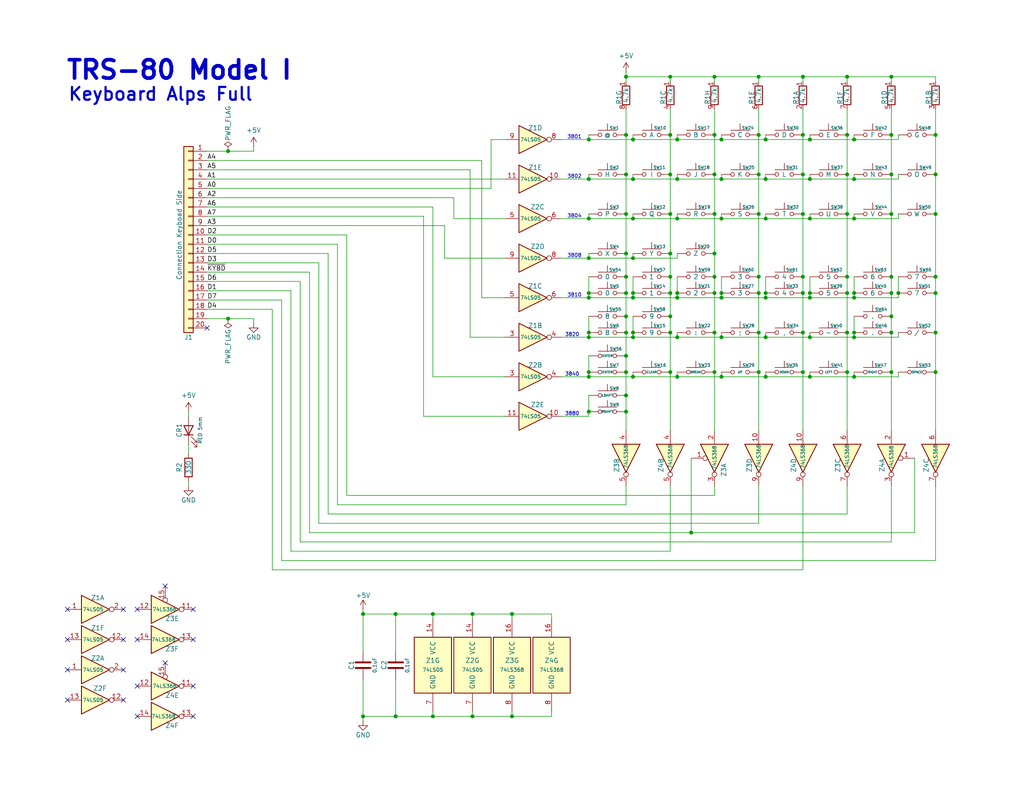
<source format=kicad_sch>
(kicad_sch (version 20230121) (generator eeschema)
  (paper "USLetter")
  (title_block (title "TRS-80 Model I Keyboard Alps Full") (date "2023-12-22") (rev "E1A") (company "RetroStack - Marcel Erz") (comment 4 "Complete Keyboard"))
  (junction (at 219.075 36.83))
  (junction (at 196.85 38.1))
  (junction (at 182.88 80.01))
  (junction (at 160.655 38.1))
  (junction (at 220.98 59.69))
  (junction (at 196.85 102.87))
  (junction (at 182.88 101.6))
  (junction (at 255.27 80.01))
  (junction (at 243.205 101.6))
  (junction (at 231.14 20.955))
  (junction (at 231.14 101.6))
  (junction (at 188.595 145.415))
  (junction (at 172.72 59.69))
  (junction (at 194.945 47.625))
  (junction (at 184.785 38.1))
  (junction (at 170.815 58.42))
  (junction (at 207.01 80.01))
  (junction (at 170.815 20.955))
  (junction (at 233.045 48.895))
  (junction (at 231.14 58.42))
  (junction (at 231.14 47.625))
  (junction (at 219.075 101.6))
  (junction (at 243.205 75.565))
  (junction (at 255.27 90.805))
  (junction (at 255.27 47.625))
  (junction (at 99.06 195.58))
  (junction (at 99.06 167.64))
  (junction (at 172.72 81.28))
  (junction (at 170.815 75.565))
  (junction (at 128.905 195.58))
  (junction (at 118.11 167.64))
  (junction (at 233.045 38.1))
  (junction (at 62.23 86.995))
  (junction (at 219.075 80.01))
  (junction (at 194.945 101.6))
  (junction (at 208.915 92.075))
  (junction (at 160.655 70.485))
  (junction (at 196.85 59.69))
  (junction (at 255.27 36.83))
  (junction (at 172.72 90.805))
  (junction (at 184.785 92.075))
  (junction (at 160.655 92.075))
  (junction (at 172.72 70.485))
  (junction (at 243.205 86.36))
  (junction (at 220.98 80.01))
  (junction (at 184.785 59.69))
  (junction (at 160.655 80.01))
  (junction (at 208.915 48.895))
  (junction (at 62.23 41.275))
  (junction (at 194.945 20.955))
  (junction (at 170.815 69.215))
  (junction (at 139.7 167.64))
  (junction (at 194.945 80.01))
  (junction (at 233.045 102.87))
  (junction (at 243.205 36.83))
  (junction (at 172.72 92.075))
  (junction (at 196.85 48.895))
  (junction (at 184.785 81.28))
  (junction (at 207.01 101.6))
  (junction (at 170.815 112.395))
  (junction (at 182.88 47.625))
  (junction (at 207.01 20.955))
  (junction (at 208.915 81.28))
  (junction (at 233.045 80.01))
  (junction (at 182.88 90.805))
  (junction (at 231.14 36.83))
  (junction (at 196.85 81.28))
  (junction (at 194.945 69.215))
  (junction (at 182.88 86.36))
  (junction (at 184.785 102.87))
  (junction (at 107.95 195.58))
  (junction (at 118.11 195.58))
  (junction (at 255.27 101.6))
  (junction (at 160.655 102.87))
  (junction (at 220.98 48.895))
  (junction (at 172.72 80.01))
  (junction (at 182.88 36.83))
  (junction (at 208.915 38.1))
  (junction (at 255.27 75.565))
  (junction (at 208.915 80.01))
  (junction (at 208.915 59.69))
  (junction (at 160.655 112.395))
  (junction (at 207.01 47.625))
  (junction (at 170.815 97.155))
  (junction (at 243.205 90.805))
  (junction (at 243.205 47.625))
  (junction (at 160.655 81.28))
  (junction (at 196.85 80.01))
  (junction (at 219.075 58.42))
  (junction (at 219.075 90.805))
  (junction (at 172.72 48.895))
  (junction (at 220.98 81.28))
  (junction (at 243.205 20.955))
  (junction (at 128.905 167.64))
  (junction (at 245.11 80.01))
  (junction (at 139.7 195.58))
  (junction (at 220.98 38.1))
  (junction (at 170.815 107.95))
  (junction (at 170.815 36.83))
  (junction (at 219.075 47.625))
  (junction (at 107.95 167.64))
  (junction (at 170.815 90.805))
  (junction (at 182.88 58.42))
  (junction (at 170.815 101.6))
  (junction (at 170.815 47.625))
  (junction (at 207.01 75.565))
  (junction (at 160.655 101.6))
  (junction (at 207.01 36.83))
  (junction (at 182.88 69.215))
  (junction (at 255.27 58.42))
  (junction (at 172.72 102.87))
  (junction (at 194.945 75.565))
  (junction (at 170.815 80.01))
  (junction (at 160.655 59.69))
  (junction (at 220.98 92.075))
  (junction (at 243.205 80.01))
  (junction (at 233.045 59.69))
  (junction (at 208.915 102.87))
  (junction (at 207.01 90.805))
  (junction (at 160.655 48.895))
  (junction (at 182.88 75.565))
  (junction (at 233.045 81.28))
  (junction (at 194.945 58.42))
  (junction (at 172.72 38.1))
  (junction (at 170.815 86.36))
  (junction (at 233.045 92.075))
  (junction (at 233.045 90.805))
  (junction (at 160.655 90.805))
  (junction (at 220.98 102.87))
  (junction (at 231.14 75.565))
  (junction (at 184.785 80.01))
  (junction (at 243.205 58.42))
  (junction (at 207.01 58.42))
  (junction (at 219.075 20.955))
  (junction (at 231.14 80.01))
  (junction (at 231.14 90.805))
  (junction (at 194.945 36.83))
  (junction (at 196.85 92.075))
  (junction (at 184.785 48.895))
  (junction (at 219.075 75.565))
  (junction (at 182.88 20.955))
  (junction (at 194.945 90.805))
  (no_connect (at 52.705 195.58))
  (no_connect (at 56.515 89.535))
  (no_connect (at 45.085 180.975))
  (no_connect (at 33.655 166.37))
  (no_connect (at 37.465 195.58))
  (no_connect (at 18.415 174.625))
  (no_connect (at 52.705 187.325))
  (no_connect (at 52.705 174.625))
  (no_connect (at 52.705 166.37))
  (no_connect (at 33.655 174.625))
  (no_connect (at 33.655 191.135))
  (no_connect (at 18.415 191.135))
  (no_connect (at 18.415 166.37))
  (no_connect (at 37.465 174.625))
  (no_connect (at 18.415 182.88))
  (no_connect (at 45.085 160.02))
  (no_connect (at 33.655 182.88))
  (no_connect (at 37.465 187.325))
  (no_connect (at 37.465 166.37))
  (wire (pts (xy 56.515 56.515) (xy 118.11 56.515)))
  (wire (pts (xy 81.915 76.835) (xy 81.915 147.955)))
  (wire (pts (xy 243.205 101.6) (xy 243.205 117.475)))
  (wire (pts (xy 89.535 69.215) (xy 89.535 140.335)))
  (wire (pts (xy 219.075 101.6) (xy 219.075 117.475)))
  (wire (pts (xy 76.835 81.915) (xy 76.835 153.035)))
  (wire (pts (xy 160.655 47.625) (xy 160.655 48.895)))
  (wire (pts (xy 172.72 102.87) (xy 184.785 102.87)))
  (wire (pts (xy 243.205 132.715) (xy 243.205 147.955)))
  (wire (pts (xy 118.11 194.31) (xy 118.11 195.58)))
  (wire (pts (xy 86.995 142.875) (xy 207.01 142.875)))
  (wire (pts (xy 79.375 79.375) (xy 79.375 150.495)))
  (wire (pts (xy 219.075 22.225) (xy 219.075 20.955)))
  (wire (pts (xy 160.655 86.36) (xy 160.655 90.805)))
  (wire (pts (xy 231.14 47.625) (xy 231.14 58.42)))
  (wire (pts (xy 196.85 59.69) (xy 208.915 59.69)))
  (wire (pts (xy 196.85 92.075) (xy 208.915 92.075)))
  (wire (pts (xy 74.295 84.455) (xy 74.295 155.575)))
  (wire (pts (xy 184.785 102.87) (xy 196.85 102.87)))
  (wire (pts (xy 56.515 51.435) (xy 133.985 51.435)))
  (wire (pts (xy 220.98 75.565) (xy 220.98 80.01)))
  (wire (pts (xy 207.01 101.6) (xy 207.01 117.475)))
  (wire (pts (xy 170.815 132.715) (xy 170.815 137.795)))
  (wire (pts (xy 182.88 132.715) (xy 182.88 150.495)))
  (wire (pts (xy 118.11 167.64) (xy 107.95 167.64)))
  (wire (pts (xy 170.815 80.01) (xy 170.815 86.36)))
  (wire (pts (xy 194.945 101.6) (xy 194.945 117.475)))
  (wire (pts (xy 160.655 102.87) (xy 172.72 102.87)))
  (wire (pts (xy 76.835 153.035) (xy 255.27 153.035)))
  (wire (pts (xy 99.06 185.42) (xy 99.06 195.58)))
  (wire (pts (xy 160.655 112.395) (xy 160.655 107.95)))
  (wire (pts (xy 89.535 140.335) (xy 231.14 140.335)))
  (wire (pts (xy 207.01 58.42) (xy 207.01 75.565)))
  (wire (pts (xy 233.045 59.69) (xy 245.11 59.69)))
  (wire (pts (xy 194.945 58.42) (xy 194.945 69.215)))
  (wire (pts (xy 194.945 22.225) (xy 194.945 20.955)))
  (wire (pts (xy 207.01 90.805) (xy 207.01 101.6)))
  (wire (pts (xy 139.7 195.58) (xy 128.905 195.58)))
  (wire (pts (xy 231.14 29.845) (xy 231.14 36.83)))
  (wire (pts (xy 172.72 75.565) (xy 172.72 80.01)))
  (wire (pts (xy 196.85 90.805) (xy 196.85 92.075)))
  (wire (pts (xy 79.375 150.495) (xy 182.88 150.495)))
  (wire (pts (xy 207.01 20.955) (xy 219.075 20.955)))
  (wire (pts (xy 131.445 81.28) (xy 137.795 81.28)))
  (wire (pts (xy 196.85 47.625) (xy 196.85 48.895)))
  (wire (pts (xy 107.95 185.42) (xy 107.95 195.58)))
  (wire (pts (xy 160.655 81.28) (xy 172.72 81.28)))
  (wire (pts (xy 233.045 38.1) (xy 233.045 36.83)))
  (wire (pts (xy 139.7 167.64) (xy 139.7 168.91)))
  (wire (pts (xy 243.205 20.955) (xy 255.27 20.955)))
  (wire (pts (xy 123.825 53.975) (xy 123.825 59.69)))
  (wire (pts (xy 255.27 47.625) (xy 255.27 58.42)))
  (wire (pts (xy 243.205 47.625) (xy 243.205 58.42)))
  (wire (pts (xy 182.88 36.83) (xy 182.88 47.625)))
  (wire (pts (xy 233.045 58.42) (xy 233.045 59.69)))
  (wire (pts (xy 220.98 38.1) (xy 220.98 36.83)))
  (wire (pts (xy 182.88 47.625) (xy 182.88 58.42)))
  (wire (pts (xy 207.01 29.845) (xy 207.01 36.83)))
  (wire (pts (xy 160.655 69.215) (xy 160.655 70.485)))
  (wire (pts (xy 172.72 101.6) (xy 172.72 102.87)))
  (wire (pts (xy 231.14 101.6) (xy 231.14 117.475)))
  (wire (pts (xy 118.11 168.91) (xy 118.11 167.64)))
  (wire (pts (xy 255.27 36.83) (xy 255.27 47.625)))
  (wire (pts (xy 172.72 59.69) (xy 184.785 59.69)))
  (wire (pts (xy 118.11 56.515) (xy 118.11 102.87)))
  (wire (pts (xy 56.515 79.375) (xy 79.375 79.375)))
  (wire (pts (xy 170.815 69.215) (xy 170.815 75.565)))
  (wire (pts (xy 184.785 92.075) (xy 196.85 92.075)))
  (wire (pts (xy 243.205 29.845) (xy 243.205 36.83)))
  (wire (pts (xy 220.98 58.42) (xy 220.98 59.69)))
  (wire (pts (xy 170.815 90.805) (xy 170.815 97.155)))
  (wire (pts (xy 219.075 90.805) (xy 219.075 101.6)))
  (wire (pts (xy 128.27 46.355) (xy 128.27 92.075)))
  (wire (pts (xy 220.98 92.075) (xy 233.045 92.075)))
  (wire (pts (xy 233.045 92.075) (xy 245.11 92.075)))
  (wire (pts (xy 170.815 20.955) (xy 182.88 20.955)))
  (wire (pts (xy 172.72 81.28) (xy 184.785 81.28)))
  (wire (pts (xy 208.915 101.6) (xy 208.915 102.87)))
  (wire (pts (xy 115.57 113.665) (xy 137.795 113.665)))
  (wire (pts (xy 170.815 86.36) (xy 170.815 90.805)))
  (wire (pts (xy 184.785 36.83) (xy 184.785 38.1)))
  (wire (pts (xy 170.815 29.845) (xy 170.815 36.83)))
  (wire (pts (xy 56.515 53.975) (xy 123.825 53.975)))
  (wire (pts (xy 196.85 38.1) (xy 196.85 36.83)))
  (wire (pts (xy 128.905 167.64) (xy 128.905 168.91)))
  (wire (pts (xy 118.11 102.87) (xy 137.795 102.87)))
  (wire (pts (xy 184.785 80.01) (xy 184.785 81.28)))
  (wire (pts (xy 219.075 20.955) (xy 231.14 20.955)))
  (wire (pts (xy 184.785 101.6) (xy 184.785 102.87)))
  (wire (pts (xy 220.98 90.805) (xy 220.98 92.075)))
  (wire (pts (xy 56.515 46.355) (xy 128.27 46.355)))
  (wire (pts (xy 56.515 74.295) (xy 84.455 74.295)))
  (wire (pts (xy 208.915 38.1) (xy 220.98 38.1)))
  (wire (pts (xy 170.815 107.95) (xy 170.815 112.395)))
  (wire (pts (xy 243.205 58.42) (xy 243.205 75.565)))
  (wire (pts (xy 196.85 38.1) (xy 208.915 38.1)))
  (wire (pts (xy 170.815 97.155) (xy 170.815 101.6)))
  (wire (pts (xy 62.23 86.995) (xy 69.215 86.995)))
  (wire (pts (xy 231.14 36.83) (xy 231.14 47.625)))
  (wire (pts (xy 220.98 38.1) (xy 233.045 38.1)))
  (wire (pts (xy 255.27 101.6) (xy 255.27 117.475)))
  (wire (pts (xy 196.85 101.6) (xy 196.85 102.87)))
  (wire (pts (xy 233.045 75.565) (xy 233.045 80.01)))
  (wire (pts (xy 245.11 75.565) (xy 245.11 80.01)))
  (wire (pts (xy 172.72 80.01) (xy 172.72 81.28)))
  (wire (pts (xy 184.785 48.895) (xy 196.85 48.895)))
  (wire (pts (xy 219.075 29.845) (xy 219.075 36.83)))
  (wire (pts (xy 99.06 167.64) (xy 99.06 177.8)))
  (wire (pts (xy 207.01 80.01) (xy 207.01 90.805)))
  (wire (pts (xy 196.85 80.01) (xy 196.85 81.28)))
  (wire (pts (xy 133.985 38.1) (xy 137.795 38.1)))
  (wire (pts (xy 219.075 80.01) (xy 219.075 90.805)))
  (wire (pts (xy 243.205 90.805) (xy 243.205 101.6)))
  (wire (pts (xy 220.98 59.69) (xy 233.045 59.69)))
  (wire (pts (xy 92.075 66.675) (xy 92.075 137.795)))
  (wire (pts (xy 153.035 59.69) (xy 160.655 59.69)))
  (wire (pts (xy 231.14 80.01) (xy 231.14 90.805)))
  (wire (pts (xy 184.785 59.69) (xy 196.85 59.69)))
  (wire (pts (xy 92.075 137.795) (xy 170.815 137.795)))
  (wire (pts (xy 123.825 59.69) (xy 137.795 59.69)))
  (wire (pts (xy 172.72 38.1) (xy 184.785 38.1)))
  (wire (pts (xy 69.215 88.265) (xy 69.215 86.995)))
  (wire (pts (xy 62.23 41.275) (xy 69.215 41.275)))
  (wire (pts (xy 170.815 75.565) (xy 170.815 80.01)))
  (wire (pts (xy 245.11 59.69) (xy 245.11 58.42)))
  (wire (pts (xy 170.815 101.6) (xy 170.815 107.95)))
  (wire (pts (xy 231.14 140.335) (xy 231.14 132.715)))
  (wire (pts (xy 153.035 81.28) (xy 160.655 81.28)))
  (wire (pts (xy 99.06 166.37) (xy 99.06 167.64)))
  (wire (pts (xy 245.11 92.075) (xy 245.11 90.805)))
  (wire (pts (xy 56.515 76.835) (xy 81.915 76.835)))
  (wire (pts (xy 196.85 58.42) (xy 196.85 59.69)))
  (wire (pts (xy 208.915 81.28) (xy 220.98 81.28)))
  (wire (pts (xy 188.595 125.095) (xy 188.595 145.415)))
  (wire (pts (xy 220.98 48.895) (xy 233.045 48.895)))
  (wire (pts (xy 219.075 58.42) (xy 219.075 75.565)))
  (wire (pts (xy 194.945 36.83) (xy 194.945 47.625)))
  (wire (pts (xy 184.785 70.485) (xy 184.785 69.215)))
  (wire (pts (xy 56.515 59.055) (xy 115.57 59.055)))
  (wire (pts (xy 231.14 58.42) (xy 231.14 75.565)))
  (wire (pts (xy 160.655 38.1) (xy 172.72 38.1)))
  (wire (pts (xy 56.515 43.815) (xy 131.445 43.815)))
  (wire (pts (xy 170.815 19.685) (xy 170.815 20.955)))
  (wire (pts (xy 182.88 22.225) (xy 182.88 20.955)))
  (wire (pts (xy 160.655 80.01) (xy 160.655 81.28)))
  (wire (pts (xy 81.915 147.955) (xy 243.205 147.955)))
  (wire (pts (xy 153.035 70.485) (xy 160.655 70.485)))
  (wire (pts (xy 207.01 75.565) (xy 207.01 80.01)))
  (wire (pts (xy 207.01 47.625) (xy 207.01 58.42)))
  (wire (pts (xy 231.14 75.565) (xy 231.14 80.01)))
  (wire (pts (xy 208.915 48.895) (xy 220.98 48.895)))
  (wire (pts (xy 208.915 90.805) (xy 208.915 92.075)))
  (wire (pts (xy 86.995 71.755) (xy 86.995 142.875)))
  (wire (pts (xy 182.88 101.6) (xy 182.88 117.475)))
  (wire (pts (xy 194.945 90.805) (xy 194.945 101.6)))
  (wire (pts (xy 194.945 80.01) (xy 194.945 90.805)))
  (wire (pts (xy 255.27 58.42) (xy 255.27 75.565)))
  (wire (pts (xy 184.785 75.565) (xy 184.785 80.01)))
  (wire (pts (xy 233.045 102.87) (xy 245.11 102.87)))
  (wire (pts (xy 208.915 47.625) (xy 208.915 48.895)))
  (wire (pts (xy 56.515 64.135) (xy 94.615 64.135)))
  (wire (pts (xy 233.045 81.28) (xy 245.11 81.28)))
  (wire (pts (xy 170.815 112.395) (xy 170.815 117.475)))
  (wire (pts (xy 220.98 80.01) (xy 220.98 81.28)))
  (wire (pts (xy 128.905 167.64) (xy 118.11 167.64)))
  (wire (pts (xy 56.515 86.995) (xy 62.23 86.995)))
  (wire (pts (xy 172.72 92.075) (xy 184.785 92.075)))
  (wire (pts (xy 99.06 195.58) (xy 99.06 196.85)))
  (wire (pts (xy 243.205 75.565) (xy 243.205 80.01)))
  (wire (pts (xy 196.85 102.87) (xy 208.915 102.87)))
  (wire (pts (xy 160.655 38.1) (xy 160.655 36.83)))
  (wire (pts (xy 233.045 101.6) (xy 233.045 102.87)))
  (wire (pts (xy 182.88 75.565) (xy 182.88 80.01)))
  (wire (pts (xy 245.11 38.1) (xy 245.11 36.83)))
  (wire (pts (xy 182.88 86.36) (xy 182.88 90.805)))
  (wire (pts (xy 139.7 194.31) (xy 139.7 195.58)))
  (wire (pts (xy 182.88 29.845) (xy 182.88 36.83)))
  (wire (pts (xy 84.455 74.295) (xy 84.455 145.415)))
  (wire (pts (xy 160.655 58.42) (xy 160.655 59.69)))
  (wire (pts (xy 160.655 92.075) (xy 172.72 92.075)))
  (wire (pts (xy 182.88 90.805) (xy 182.88 101.6)))
  (wire (pts (xy 233.045 90.805) (xy 233.045 92.075)))
  (wire (pts (xy 208.915 80.01) (xy 208.915 81.28)))
  (wire (pts (xy 160.655 59.69) (xy 172.72 59.69)))
  (wire (pts (xy 233.045 47.625) (xy 233.045 48.895)))
  (wire (pts (xy 133.985 51.435) (xy 133.985 38.1)))
  (wire (pts (xy 160.655 90.805) (xy 160.655 92.075)))
  (wire (pts (xy 160.655 70.485) (xy 172.72 70.485)))
  (wire (pts (xy 56.515 41.275) (xy 62.23 41.275)))
  (wire (pts (xy 208.915 75.565) (xy 208.915 80.01)))
  (wire (pts (xy 208.915 92.075) (xy 220.98 92.075)))
  (wire (pts (xy 219.075 47.625) (xy 219.075 58.42)))
  (wire (pts (xy 233.045 80.01) (xy 233.045 81.28)))
  (wire (pts (xy 184.785 58.42) (xy 184.785 59.69)))
  (wire (pts (xy 194.945 20.955) (xy 207.01 20.955)))
  (wire (pts (xy 172.72 58.42) (xy 172.72 59.69)))
  (wire (pts (xy 196.85 48.895) (xy 208.915 48.895)))
  (wire (pts (xy 184.785 47.625) (xy 184.785 48.895)))
  (wire (pts (xy 219.075 36.83) (xy 219.075 47.625)))
  (wire (pts (xy 243.205 36.83) (xy 243.205 47.625)))
  (wire (pts (xy 208.915 102.87) (xy 220.98 102.87)))
  (wire (pts (xy 160.655 48.895) (xy 172.72 48.895)))
  (wire (pts (xy 160.655 75.565) (xy 160.655 80.01)))
  (wire (pts (xy 153.035 113.665) (xy 160.655 113.665)))
  (wire (pts (xy 255.27 80.01) (xy 255.27 90.805)))
  (wire (pts (xy 150.495 195.58) (xy 139.7 195.58)))
  (wire (pts (xy 170.815 36.83) (xy 170.815 47.625)))
  (wire (pts (xy 94.615 64.135) (xy 94.615 135.255)))
  (wire (pts (xy 56.515 69.215) (xy 89.535 69.215)))
  (wire (pts (xy 245.11 48.895) (xy 245.11 47.625)))
  (wire (pts (xy 170.815 47.625) (xy 170.815 58.42)))
  (wire (pts (xy 170.815 20.955) (xy 170.815 22.225)))
  (wire (pts (xy 172.72 70.485) (xy 184.785 70.485)))
  (wire (pts (xy 182.88 58.42) (xy 182.88 69.215)))
  (wire (pts (xy 56.515 71.755) (xy 86.995 71.755)))
  (wire (pts (xy 208.915 59.69) (xy 220.98 59.69)))
  (wire (pts (xy 255.27 22.225) (xy 255.27 20.955)))
  (wire (pts (xy 172.72 69.215) (xy 172.72 70.485)))
  (wire (pts (xy 184.785 90.805) (xy 184.785 92.075)))
  (wire (pts (xy 243.205 86.36) (xy 243.205 90.805)))
  (wire (pts (xy 115.57 59.055) (xy 115.57 113.665)))
  (wire (pts (xy 194.945 135.255) (xy 194.945 132.715)))
  (wire (pts (xy 160.655 97.155) (xy 160.655 101.6)))
  (wire (pts (xy 128.27 92.075) (xy 137.795 92.075)))
  (wire (pts (xy 231.14 20.955) (xy 243.205 20.955)))
  (wire (pts (xy 56.515 84.455) (xy 74.295 84.455)))
  (wire (pts (xy 150.495 194.31) (xy 150.495 195.58)))
  (wire (pts (xy 255.27 29.845) (xy 255.27 36.83)))
  (wire (pts (xy 255.27 90.805) (xy 255.27 101.6)))
  (wire (pts (xy 207.01 142.875) (xy 207.01 132.715)))
  (wire (pts (xy 172.72 47.625) (xy 172.72 48.895)))
  (wire (pts (xy 182.88 80.01) (xy 182.88 86.36)))
  (wire (pts (xy 184.785 38.1) (xy 196.85 38.1)))
  (wire (pts (xy 128.905 194.31) (xy 128.905 195.58)))
  (wire (pts (xy 121.285 70.485) (xy 137.795 70.485)))
  (wire (pts (xy 56.515 61.595) (xy 121.285 61.595)))
  (wire (pts (xy 150.495 168.91) (xy 150.495 167.64)))
  (wire (pts (xy 51.435 121.285) (xy 51.435 123.825)))
  (wire (pts (xy 184.785 81.28) (xy 196.85 81.28)))
  (wire (pts (xy 153.035 92.075) (xy 160.655 92.075)))
  (wire (pts (xy 245.11 102.87) (xy 245.11 101.6)))
  (wire (pts (xy 51.435 132.715) (xy 51.435 131.445)))
  (wire (pts (xy 243.205 80.01) (xy 243.205 86.36)))
  (wire (pts (xy 139.7 167.64) (xy 128.905 167.64)))
  (wire (pts (xy 243.205 22.225) (xy 243.205 20.955)))
  (wire (pts (xy 153.035 38.1) (xy 160.655 38.1)))
  (wire (pts (xy 255.27 153.035) (xy 255.27 132.715)))
  (wire (pts (xy 172.72 48.895) (xy 184.785 48.895)))
  (wire (pts (xy 182.88 20.955) (xy 194.945 20.955)))
  (wire (pts (xy 56.515 48.895) (xy 137.795 48.895)))
  (wire (pts (xy 219.075 75.565) (xy 219.075 80.01)))
  (wire (pts (xy 207.01 36.83) (xy 207.01 47.625)))
  (wire (pts (xy 220.98 102.87) (xy 233.045 102.87)))
  (wire (pts (xy 172.72 90.805) (xy 172.72 92.075)))
  (wire (pts (xy 208.915 58.42) (xy 208.915 59.69)))
  (wire (pts (xy 172.72 86.36) (xy 172.72 90.805)))
  (wire (pts (xy 160.655 101.6) (xy 160.655 102.87)))
  (wire (pts (xy 194.945 29.845) (xy 194.945 36.83)))
  (wire (pts (xy 220.98 101.6) (xy 220.98 102.87)))
  (wire (pts (xy 194.945 69.215) (xy 194.945 75.565)))
  (wire (pts (xy 182.88 69.215) (xy 182.88 75.565)))
  (wire (pts (xy 94.615 135.255) (xy 194.945 135.255)))
  (wire (pts (xy 74.295 155.575) (xy 219.075 155.575)))
  (wire (pts (xy 231.14 90.805) (xy 231.14 101.6)))
  (wire (pts (xy 69.215 41.275) (xy 69.215 40.005)))
  (wire (pts (xy 188.595 145.415) (xy 249.555 145.415)))
  (wire (pts (xy 107.95 167.64) (xy 107.95 177.8)))
  (wire (pts (xy 196.85 81.28) (xy 208.915 81.28)))
  (wire (pts (xy 51.435 112.395) (xy 51.435 113.665)))
  (wire (pts (xy 220.98 81.28) (xy 233.045 81.28)))
  (wire (pts (xy 207.01 22.225) (xy 207.01 20.955)))
  (wire (pts (xy 131.445 43.815) (xy 131.445 81.28)))
  (wire (pts (xy 194.945 47.625) (xy 194.945 58.42)))
  (wire (pts (xy 255.27 75.565) (xy 255.27 80.01)))
  (wire (pts (xy 56.515 81.915) (xy 76.835 81.915)))
  (wire (pts (xy 121.285 70.485) (xy 121.285 61.595)))
  (wire (pts (xy 233.045 86.36) (xy 233.045 90.805)))
  (wire (pts (xy 172.72 38.1) (xy 172.72 36.83)))
  (wire (pts (xy 128.905 195.58) (xy 118.11 195.58)))
  (wire (pts (xy 233.045 48.895) (xy 245.11 48.895)))
  (wire (pts (xy 139.7 167.64) (xy 150.495 167.64)))
  (wire (pts (xy 245.11 81.28) (xy 245.11 80.01)))
  (wire (pts (xy 107.95 167.64) (xy 99.06 167.64)))
  (wire (pts (xy 219.075 132.715) (xy 219.075 155.575)))
  (wire (pts (xy 160.655 112.395) (xy 160.655 113.665)))
  (wire (pts (xy 84.455 145.415) (xy 188.595 145.415)))
  (wire (pts (xy 196.85 75.565) (xy 196.85 80.01)))
  (wire (pts (xy 107.95 195.58) (xy 99.06 195.58)))
  (wire (pts (xy 153.035 102.87) (xy 160.655 102.87)))
  (wire (pts (xy 249.555 125.095) (xy 249.555 145.415)))
  (wire (pts (xy 118.11 195.58) (xy 107.95 195.58)))
  (wire (pts (xy 56.515 66.675) (xy 92.075 66.675)))
  (wire (pts (xy 170.815 58.42) (xy 170.815 69.215)))
  (wire (pts (xy 153.035 48.895) (xy 160.655 48.895)))
  (wire (pts (xy 220.98 47.625) (xy 220.98 48.895)))
  (wire (pts (xy 233.045 38.1) (xy 245.11 38.1)))
  (wire (pts (xy 208.915 38.1) (xy 208.915 36.83)))
  (wire (pts (xy 231.14 22.225) (xy 231.14 20.955)))
  (wire (pts (xy 194.945 75.565) (xy 194.945 80.01)))
  (text "3804" (at 158.75 59.69 0) (effects (font (size 1 1)) (justify right bottom)))
  (text "3880" (at 158.115 113.665 0) (effects (font (size 1 1)) (justify right bottom)))
  (text "TRS-80 Model I" (at 17.78 22.225 0) (effects (font (size 5 5) (thickness 1) bold) (justify left bottom)))
  (text "Keyboard Alps Full" (at 18.415 27.94 0) (effects (font (size 3.5 3.5) (thickness 0.6) bold) (justify left bottom)))
  (text "3808" (at 158.75 70.485 0) (effects (font (size 1 1)) (justify right bottom)))
  (text "3810" (at 158.75 81.28 0) (effects (font (size 1 1)) (justify right bottom)))
  (text "3820" (at 158.115 92.075 0) (effects (font (size 1 1)) (justify right bottom)))
  (text "3802" (at 158.75 48.895 0) (effects (font (size 1 1)) (justify right bottom)))
  (text "3801" (at 158.75 38.1 0) (effects (font (size 1 1)) (justify right bottom)))
  (text "3840" (at 158.115 102.87 0) (effects (font (size 1 1)) (justify right bottom)))
  (label "D4" (at 56.515 84.455 0))
  (label "D1" (at 56.515 79.375 0))
  (label "A7" (at 56.515 59.055 0))
  (label "A6" (at 56.515 56.515 0))
  (label "D2" (at 56.515 64.135 0))
  (label "A1" (at 56.515 48.895 0))
  (label "D7" (at 56.515 81.915 0))
  (label "D6" (at 56.515 76.835 0))
  (label "D3" (at 56.515 71.755 0))
  (label "D5" (at 56.515 69.215 0))
  (label "D0" (at 56.515 66.675 0))
  (label "A2" (at 56.515 53.975 0))
  (label "~{KYBD}" (at 56.515 74.295 0))
  (label "A3" (at 56.515 61.595 0))
  (label "A5" (at 56.515 46.355 0))
  (label "A4" (at 56.515 43.815 0))
  (label "A0" (at 56.515 51.435 0))
  (symbol (lib_id "power:+5V") (at 51.435 112.395 0) (unit 1)
    (property "Reference" "#PWR05" (effects hide))
    (property "Value" "+5V" (at 51.435 107.95 0))
  )
  (symbol (lib_id "Device:R_Network08_Split") (at 219.075 26.035 0) (unit 1)
    (property "Reference" "R1" (at 217.17 28.575 90) (effects (justify left)))
    (property "Value" "4.7k" (at 219.075 26.035 90))
    (property "Footprint" "Resistor_THT:R_Array_SIP9" (effects hide))
    (property "Datasheet" "http://www.vishay.com/docs/31509/csc.pdf" (effects hide))
  )
  (symbol (lib_id "Device:C") (at 99.06 181.61 0) (unit 1)
    (property "Reference" "C1" (at 95.885 181.61 90))
    (property "Value" "0.1uF" (at 102.235 181.61 90) (effects (font (size 1 1))))
    (property "Footprint" "RetroStackLibrary:TRS80_Model_I_C_Disc_9.5L_4W_6P_Small" (effects hide))
  )
  (symbol (lib_id "74xx:74LS05") (at 26.035 191.135 0) (unit 6)
    (property "Reference" "Z2" (at 27.305 187.96 0))
    (property "Value" "74LS05" (at 25.4 191.135 0) (effects (font (size 1 1))))
    (property "Footprint" "RetroStackLibrary:TRS80_Model_I_DIP14" (effects hide))
    (property "Datasheet" "http://www.ti.com/lit/gpn/sn74LS05" (effects hide))
  )
  (symbol (lib_id "Switch:SW_Push") (at 165.735 36.83 0) (mirror y) (unit 1)
    (property "Reference" "SW1" (at 168.91 34.925 0) (effects (font (size 0.8 0.8)) (justify left)))
    (property "Value" "@" (at 165.735 36.83 0))
    (property "Footprint" "Button_Switch_Keyboard:SW_Matias_1.00u" (effects hide))
  )
  (symbol (lib_id "Switch:SW_Push") (at 165.735 112.395 0) (unit 1)
    (property "Reference" "SW9" (at 166.37 110.49 0) (effects (font (size 0.8 0.8)) (justify left)))
    (property "Value" "RSHIFT" (at 165.735 112.395 0) (effects (font (size 0.6 0.6))))
    (property "Footprint" "Button_Switch_Keyboard:SW_Matias_1.00u" (effects hide))
  )
  (symbol (lib_id "74xx:74LS05") (at 145.415 102.87 0) (unit 2)
    (property "Reference" "Z2" (at 146.05 99.695 0))
    (property "Value" "74LS05" (at 144.78 102.87 0) (effects (font (size 1 1))))
    (property "Footprint" "RetroStackLibrary:TRS80_Model_I_DIP14" (effects hide))
    (property "Datasheet" "http://www.ti.com/lit/gpn/sn74LS05" (effects hide))
  )
  (symbol (lib_id "power:+5V") (at 170.815 19.685 0) (unit 1)
    (property "Reference" "#PWR09" (effects hide))
    (property "Value" "+5V" (at 170.815 15.24 0))
  )
  (symbol (lib_id "Switch:SW_Push") (at 201.93 80.01 0) (mirror y) (unit 1)
    (property "Reference" "SW27" (at 205.74 78.105 0) (effects (font (size 0.8 0.8)) (justify left)))
    (property "Value" "3" (at 201.93 80.01 0))
    (property "Footprint" "Button_Switch_Keyboard:SW_Matias_1.00u" (effects hide))
  )
  (symbol (lib_id "Device:R_Network08_Split") (at 194.945 26.035 0) (unit 8)
    (property "Reference" "R1" (at 193.04 28.575 90) (effects (justify left)))
    (property "Value" "4.7k" (at 194.945 26.035 90))
    (property "Footprint" "Resistor_THT:R_Array_SIP9" (effects hide))
    (property "Datasheet" "http://www.vishay.com/docs/31509/csc.pdf" (effects hide))
  )
  (symbol (lib_id "Connector_Generic:Conn_01x20") (at 51.435 64.135 0) (mirror y) (unit 1)
    (property "Reference" "J1" (at 51.435 92.075 0))
    (property "Value" "Connection Keyboad Side" (at 48.895 64.135 90))
    (property "Footprint" "Connector_PinHeader_2.54mm:PinHeader_1x20_P2.54mm_Vertical" (effects hide))
  )
  (symbol (lib_id "Switch:SW_Push") (at 189.865 80.01 0) (unit 1)
    (property "Reference" "SW21" (at 190.5 78.105 0) (effects (font (size 0.8 0.8)) (justify left)))
    (property "Value" "2" (at 189.865 80.01 0))
    (property "Footprint" "Button_Switch_Keyboard:SW_Matias_1.00u" (effects hide))
  )
  (symbol (lib_id "Switch:SW_Push") (at 165.735 90.805 0) (unit 1)
    (property "Reference" "SW6" (at 166.37 88.9 0) (effects (font (size 0.8 0.8)) (justify left)))
    (property "Value" "8" (at 165.735 90.805 0))
    (property "Footprint" "Button_Switch_Keyboard:SW_Matias_1.00u" (effects hide))
  )
  (symbol (lib_id "Switch:SW_Push") (at 201.93 90.805 0) (unit 1)
    (property "Reference" "SW28" (at 202.565 88.9 0) (effects (font (size 0.8 0.8)) (justify left)))
    (property "Value" ";" (at 201.93 90.805 0))
    (property "Footprint" "Button_Switch_Keyboard:SW_Matias_1.00u" (effects hide))
  )
  (symbol (lib_id "Switch:SW_Push") (at 177.8 47.625 0) (mirror y) (unit 1)
    (property "Reference" "SW11" (at 181.61 45.72 0) (effects (font (size 0.8 0.8)) (justify left)))
    (property "Value" "I" (at 177.8 47.625 0))
    (property "Footprint" "Button_Switch_Keyboard:SW_Matias_1.00u" (effects hide))
  )
  (symbol (lib_id "Device:R_Network08_Split") (at 231.14 26.035 0) (unit 6)
    (property "Reference" "R1" (at 229.235 28.575 90) (effects (justify left)))
    (property "Value" "4.7k" (at 231.14 26.035 90))
    (property "Footprint" "Resistor_THT:R_Array_SIP9" (effects hide))
    (property "Datasheet" "http://www.vishay.com/docs/31509/csc.pdf" (effects hide))
  )
  (symbol (lib_id "Device:R_Network08_Split") (at 243.205 26.035 0) (unit 4)
    (property "Reference" "R1" (at 241.3 28.575 90) (effects (justify left)))
    (property "Value" "4.7k" (at 243.205 26.035 90))
    (property "Footprint" "Resistor_THT:R_Array_SIP9" (effects hide))
    (property "Datasheet" "http://www.vishay.com/docs/31509/csc.pdf" (effects hide))
  )
  (symbol (lib_id "RetroStackLibrary:74LS368_Split") (at 44.45 180.975 0) (unit 5)
    (property "Reference" "Z4" (at 48.895 189.865 0) (effects (justify right)))
    (property "Value" "74LS368" (at 48.26 187.325 0) (effects (font (size 1 1)) (justify right)))
    (property "Footprint" "RetroStackLibrary:TRS80_Model_I_DIP16" (effects hide))
    (property "Datasheet" "https://www.ti.com/lit/ds/symlink/sn74ls367a.pdf" (effects hide))
  )
  (symbol (lib_id "74xx:74LS05") (at 145.415 59.69 0) (unit 3)
    (property "Reference" "Z2" (at 146.685 56.515 0))
    (property "Value" "74LS05" (at 144.78 59.69 0) (effects (font (size 1 1))))
    (property "Footprint" "RetroStackLibrary:TRS80_Model_I_DIP14" (effects hide))
    (property "Datasheet" "http://www.ti.com/lit/gpn/sn74LS05" (effects hide))
  )
  (symbol (lib_id "Switch:SW_Push") (at 226.06 80.01 0) (mirror y) (unit 1)
    (property "Reference" "SW39" (at 229.87 78.105 0) (effects (font (size 0.8 0.8)) (justify left)))
    (property "Value" "5" (at 226.06 80.01 0))
    (property "Footprint" "Button_Switch_Keyboard:SW_Matias_1.00u" (effects hide))
  )
  (symbol (lib_id "Switch:SW_Push") (at 238.125 86.36 0) (unit 1)
    (property "Reference" "SW64" (at 238.76 84.455 0) (effects (font (size 0.8 0.8)) (justify left)))
    (property "Value" "." (at 238.125 86.36 0))
    (property "Footprint" "Button_Switch_Keyboard:SW_Matias_1.00u" (effects hide))
  )
  (symbol (lib_id "Switch:SW_Push") (at 213.995 47.625 0) (mirror y) (unit 1)
    (property "Reference" "SW31" (at 217.805 45.72 0) (effects (font (size 0.8 0.8)) (justify left)))
    (property "Value" "L" (at 213.995 47.625 0))
    (property "Footprint" "Button_Switch_Keyboard:SW_Matias_1.00u" (effects hide))
  )
  (symbol (lib_id "Switch:SW_Push") (at 201.93 101.6 0) (unit 1)
    (property "Reference" "SW29" (at 202.565 99.695 0) (effects (font (size 0.8 0.8)) (justify left)))
    (property "Value" "UP" (at 201.93 101.6 0) (effects (font (size 0.6 0.6))))
    (property "Footprint" "Button_Switch_Keyboard:SW_Matias_1.00u" (effects hide))
  )
  (symbol (lib_id "power:GND") (at 51.435 132.715 0) (unit 1)
    (property "Reference" "#PWR06" (effects hide))
    (property "Value" "GND" (at 51.435 136.525 0))
  )
  (symbol (lib_id "Switch:SW_Push") (at 189.865 101.6 0) (unit 1)
    (property "Reference" "SW23" (at 190.5 99.695 0) (effects (font (size 0.8 0.8)) (justify left)))
    (property "Value" "BREAK" (at 189.865 101.6 0) (effects (font (size 0.6 0.6))))
    (property "Footprint" "Button_Switch_Keyboard:SW_Matias_1.00u" (effects hide))
  )
  (symbol (lib_id "Switch:SW_Push") (at 238.125 36.83 0) (unit 1)
    (property "Reference" "SW42" (at 238.76 34.925 0) (effects (font (size 0.8 0.8)) (justify left)))
    (property "Value" "F" (at 238.125 36.83 0))
    (property "Footprint" "Button_Switch_Keyboard:SW_Matias_1.00u" (effects hide))
  )
  (symbol (lib_id "Device:R_Network08_Split") (at 170.815 26.035 0) (unit 7)
    (property "Reference" "R1" (at 168.91 28.575 90) (effects (justify left)))
    (property "Value" "4.7k" (at 170.815 26.035 90))
    (property "Footprint" "Resistor_THT:R_Array_SIP9" (effects hide))
    (property "Datasheet" "http://www.vishay.com/docs/31509/csc.pdf" (effects hide))
  )
  (symbol (lib_id "Switch:SW_Push") (at 226.06 101.6 0) (unit 1)
    (property "Reference" "SW41" (at 226.695 99.695 0) (effects (font (size 0.8 0.8)) (justify left)))
    (property "Value" "LEFT" (at 226.06 101.6 0) (effects (font (size 0.6 0.6))))
    (property "Footprint" "Button_Switch_Keyboard:SW_Matias_1.00u" (effects hide))
  )
  (symbol (lib_id "Switch:SW_Push") (at 177.8 80.01 0) (mirror y) (unit 1)
    (property "Reference" "SW14" (at 181.61 78.105 0) (effects (font (size 0.8 0.8)) (justify left)))
    (property "Value" "1" (at 177.8 80.01 0))
    (property "Footprint" "Button_Switch_Keyboard:SW_Matias_1.00u" (effects hide))
  )
  (symbol (lib_id "Switch:SW_Push") (at 165.735 101.6 0) (mirror y) (unit 1)
    (property "Reference" "SW7" (at 168.91 99.695 0) (effects (font (size 0.8 0.8)) (justify left)))
    (property "Value" "ENTER" (at 165.735 101.6 0) (effects (font (size 0.6 0.6))))
    (property "Footprint" "Button_Switch_Keyboard:SW_Matias_1.00u" (effects hide))
  )
  (symbol (lib_id "power:GND") (at 69.215 88.265 0) (unit 1)
    (property "Reference" "#PWR08" (effects hide))
    (property "Value" "GND" (at 69.215 92.075 0))
  )
  (symbol (lib_id "74xx:74LS05") (at 145.415 81.28 0) (unit 3)
    (property "Reference" "Z1" (at 146.05 78.105 0))
    (property "Value" "74LS05" (at 144.78 81.28 0) (effects (font (size 1 1))))
    (property "Footprint" "RetroStackLibrary:TRS80_Model_I_DIP14" (effects hide))
    (property "Datasheet" "http://www.ti.com/lit/gpn/sn74LS05" (effects hide))
  )
  (symbol (lib_id "power:+5V") (at 69.215 40.005 0) (unit 1)
    (property "Reference" "#PWR07" (effects hide))
    (property "Value" "+5V" (at 69.215 35.56 0))
  )
  (symbol (lib_id "Switch:SW_Push") (at 213.995 36.83 0) (unit 1)
    (property "Reference" "SW30" (at 214.63 34.925 0) (effects (font (size 0.8 0.8)) (justify left)))
    (property "Value" "D" (at 213.995 36.83 0))
    (property "Footprint" "Button_Switch_Keyboard:SW_Matias_1.00u" (effects hide))
  )
  (symbol (lib_id "Switch:SW_Push") (at 213.995 75.565 0) (mirror y) (unit 1)
    (property "Reference" "SW61" (at 217.805 73.66 0) (effects (font (size 0.8 0.8)) (justify left)))
    (property "Value" "4" (at 213.995 75.565 0))
    (property "Footprint" "Button_Switch_Keyboard:SW_Matias_1.00u" (effects hide))
  )
  (symbol (lib_id "Switch:SW_Push") (at 165.735 58.42 0) (mirror y) (unit 1)
    (property "Reference" "SW3" (at 168.91 56.515 0) (effects (font (size 0.8 0.8)) (justify left)))
    (property "Value" "P" (at 165.735 58.42 0))
    (property "Footprint" "Button_Switch_Keyboard:SW_Matias_1.00u" (effects hide))
  )
  (symbol (lib_id "power:PWR_FLAG") (at 62.23 41.275 0) (unit 1)
    (property "Reference" "#FLG01" (effects hide))
    (property "Value" "PWR_FLAG" (at 62.23 33.655 90))
  )
  (symbol (lib_id "Switch:SW_Push") (at 177.8 36.83 0) (unit 1)
    (property "Reference" "SW10" (at 178.435 34.925 0) (effects (font (size 0.8 0.8)) (justify left)))
    (property "Value" "A" (at 177.8 36.83 0))
    (property "Footprint" "Button_Switch_Keyboard:SW_Matias_1.00u" (effects hide))
  )
  (symbol (lib_id "Switch:SW_Push") (at 250.19 80.01 0) (mirror y) (unit 1)
    (property "Reference" "SW51" (at 254 78.105 0) (effects (font (size 0.8 0.8)) (justify left)))
    (property "Value" "7" (at 250.19 80.01 0))
    (property "Footprint" "Button_Switch_Keyboard:SW_Matias_1.00u" (effects hide))
  )
  (symbol (lib_id "Switch:SW_Push") (at 238.125 101.6 0) (mirror y) (unit 1)
    (property "Reference" "SW47" (at 241.935 99.695 0) (effects (font (size 0.8 0.8)) (justify left)))
    (property "Value" "RIGHT" (at 238.125 101.6 0) (effects (font (size 0.6 0.6))))
    (property "Footprint" "Button_Switch_Keyboard:SW_Matias_1.00u" (effects hide))
  )
  (symbol (lib_id "Switch:SW_Push") (at 226.06 75.565 0) (mirror y) (unit 1)
    (property "Reference" "SW62" (at 229.87 73.66 0) (effects (font (size 0.8 0.8)) (justify left)))
    (property "Value" "5" (at 226.06 75.565 0))
    (property "Footprint" "Button_Switch_Keyboard:SW_Matias_1.00u" (effects hide))
  )
  (symbol (lib_id "Switch:SW_Push") (at 250.19 58.42 0) (mirror y) (unit 1)
    (property "Reference" "SW50" (at 254 56.515 0) (effects (font (size 0.8 0.8)) (justify left)))
    (property "Value" "W" (at 250.19 58.42 0))
    (property "Footprint" "Button_Switch_Keyboard:SW_Matias_1.00u" (effects hide))
  )
  (symbol (lib_id "Device:C") (at 107.95 181.61 0) (unit 1)
    (property "Reference" "C2" (at 104.775 181.61 90))
    (property "Value" "0.1uF" (at 111.125 181.61 90) (effects (font (size 1 1))))
    (property "Footprint" "RetroStackLibrary:TRS80_Model_I_C_Disc_9.5L_4W_6P_Small" (effects hide))
  )
  (symbol (lib_id "power:PWR_FLAG") (at 62.23 86.995 180) (unit 1)
    (property "Reference" "#FLG02" (effects hide))
    (property "Value" "PWR_FLAG" (at 62.23 94.615 90))
  )
  (symbol (lib_id "74xx:74LS05") (at 128.905 181.61 0) (unit 7)
    (property "Reference" "Z2" (at 128.905 180.34 0))
    (property "Value" "74LS05" (at 128.905 182.88 0) (effects (font (size 1 1))))
    (property "Footprint" "RetroStackLibrary:TRS80_Model_I_DIP14" (effects hide))
    (property "Datasheet" "http://www.ti.com/lit/gpn/sn74LS05" (effects hide))
  )
  (symbol (lib_id "Switch:SW_Push") (at 177.8 86.36 0) (mirror y) (unit 1)
    (property "Reference" "SW58" (at 181.61 84.455 0) (effects (font (size 0.8 0.8)) (justify left)))
    (property "Value" "9" (at 177.8 86.36 0))
    (property "Footprint" "Button_Switch_Keyboard:SW_Matias_1.00u" (effects hide))
  )
  (symbol (lib_id "Device:R_Network08_Split") (at 255.27 26.035 0) (unit 2)
    (property "Reference" "R1" (at 253.365 28.575 90) (effects (justify left)))
    (property "Value" "4.7k" (at 255.27 26.035 90))
    (property "Footprint" "Resistor_THT:R_Array_SIP9" (effects hide))
    (property "Datasheet" "http://www.vishay.com/docs/31509/csc.pdf" (effects hide))
  )
  (symbol (lib_id "Device:R_Network08_Split") (at 207.01 26.035 0) (unit 5)
    (property "Reference" "R1" (at 205.105 28.575 90) (effects (justify left)))
    (property "Value" "4.7k" (at 207.01 26.035 90))
    (property "Footprint" "Resistor_THT:R_Array_SIP9" (effects hide))
    (property "Datasheet" "http://www.vishay.com/docs/31509/csc.pdf" (effects hide))
  )
  (symbol (lib_id "RetroStackLibrary:74LS368_Split") (at 219.075 125.095 270) (unit 4)
    (property "Reference" "Z4" (at 216.535 125.095 0) (effects (justify left)))
    (property "Value" "74LS368" (at 219.075 121.285 0) (effects (font (size 1 1)) (justify left)))
    (property "Footprint" "RetroStackLibrary:TRS80_Model_I_DIP16" (effects hide))
    (property "Datasheet" "https://www.ti.com/lit/ds/symlink/sn74ls367a.pdf" (effects hide))
  )
  (symbol (lib_id "Switch:SW_Push") (at 226.06 47.625 0) (unit 1)
    (property "Reference" "SW37" (at 226.695 45.72 0) (effects (font (size 0.8 0.8)) (justify left)))
    (property "Value" "M" (at 226.06 47.625 0))
    (property "Footprint" "Button_Switch_Keyboard:SW_Matias_1.00u" (effects hide))
  )
  (symbol (lib_id "Switch:SW_Push") (at 238.125 90.805 0) (unit 1)
    (property "Reference" "SW46" (at 238.76 88.9 0) (effects (font (size 0.8 0.8)) (justify left)))
    (property "Value" "." (at 238.125 90.805 0))
    (property "Footprint" "Button_Switch_Keyboard:SW_Matias_1.00u" (effects hide))
  )
  (symbol (lib_id "Switch:SW_Push") (at 177.8 58.42 0) (mirror y) (unit 1)
    (property "Reference" "SW12" (at 181.61 56.515 0) (effects (font (size 0.8 0.8)) (justify left)))
    (property "Value" "Q" (at 177.8 58.42 0))
    (property "Footprint" "Button_Switch_Keyboard:SW_Matias_1.00u" (effects hide))
  )
  (symbol (lib_id "Device:LED") (at 51.435 117.475 90) (unit 1)
    (property "Reference" "CR1" (at 48.895 117.475 0))
    (property "Value" "RED 5mm" (at 54.61 117.475 0) (effects (font (size 1 1))))
    (property "Footprint" "LED_THT:LED_D5.0mm" (effects hide))
  )
  (symbol (lib_id "Device:R_Network08_Split") (at 182.88 26.035 0) (unit 3)
    (property "Reference" "R1" (at 180.975 28.575 90) (effects (justify left)))
    (property "Value" "4.7k" (at 182.88 26.035 90))
    (property "Footprint" "Resistor_THT:R_Array_SIP9" (effects hide))
    (property "Datasheet" "http://www.vishay.com/docs/31509/csc.pdf" (effects hide))
  )
  (symbol (lib_id "Switch:SW_Push") (at 213.995 58.42 0) (unit 1)
    (property "Reference" "SW32" (at 214.63 56.515 0) (effects (font (size 0.8 0.8)) (justify left)))
    (property "Value" "T" (at 213.995 58.42 0))
    (property "Footprint" "Button_Switch_Keyboard:SW_Matias_1.00u" (effects hide))
  )
  (symbol (lib_id "Switch:SW_Push") (at 165.735 86.36 0) (mirror y) (unit 1)
    (property "Reference" "SW55" (at 169.545 84.455 0) (effects (font (size 0.8 0.8)) (justify left)))
    (property "Value" "8" (at 165.735 86.36 0))
    (property "Footprint" "Button_Switch_Keyboard:SW_Matias_1.00u" (effects hide))
  )
  (symbol (lib_id "Switch:SW_Push") (at 189.865 69.215 0) (mirror y) (unit 1)
    (property "Reference" "SW20" (at 193.675 67.31 0) (effects (font (size 0.8 0.8)) (justify left)))
    (property "Value" "Z" (at 189.865 69.215 0))
    (property "Footprint" "Button_Switch_Keyboard:SW_Matias_1.00u" (effects hide))
  )
  (symbol (lib_id "Switch:SW_Push") (at 250.19 90.805 0) (mirror y) (unit 1)
    (property "Reference" "SW52" (at 254 88.9 0) (effects (font (size 0.8 0.8)) (justify left)))
    (property "Value" "/" (at 250.19 90.805 0))
    (property "Footprint" "Button_Switch_Keyboard:SW_Matias_1.00u" (effects hide))
  )
  (symbol (lib_id "power:GND") (at 99.06 196.85 0) (unit 1)
    (property "Reference" "#PWR04" (effects hide))
    (property "Value" "GND" (at 99.06 200.66 0))
  )
  (symbol (lib_id "RetroStackLibrary:74LS368_Split") (at 255.27 125.095 270) (unit 3)
    (property "Reference" "Z4" (at 252.73 125.095 0) (effects (justify left)))
    (property "Value" "74LS368" (at 255.27 121.285 0) (effects (font (size 1 1)) (justify left)))
    (property "Footprint" "RetroStackLibrary:TRS80_Model_I_DIP16" (effects hide))
    (property "Datasheet" "https://www.ti.com/lit/ds/symlink/sn74ls367a.pdf" (effects hide))
  )
  (symbol (lib_id "Switch:SW_Push") (at 238.125 80.01 0) (mirror y) (unit 1)
    (property "Reference" "SW45" (at 241.935 78.105 0) (effects (font (size 0.8 0.8)) (justify left)))
    (property "Value" "6" (at 238.125 80.01 0))
    (property "Footprint" "Button_Switch_Keyboard:SW_Matias_1.00u" (effects hide))
  )
  (symbol (lib_id "74xx:74LS05") (at 26.035 182.88 0) (unit 1)
    (property "Reference" "Z2" (at 26.67 179.705 0))
    (property "Value" "74LS05" (at 25.4 182.88 0) (effects (font (size 1 1))))
    (property "Footprint" "RetroStackLibrary:TRS80_Model_I_DIP14" (effects hide))
    (property "Datasheet" "http://www.ti.com/lit/gpn/sn74LS05" (effects hide))
  )
  (symbol (lib_id "RetroStackLibrary:74LS368_Split") (at 150.495 170.815 0) (unit 7)
    (property "Reference" "Z4" (at 150.495 180.34 0))
    (property "Value" "74LS368" (at 150.495 182.88 0) (effects (font (size 1 1))))
    (property "Footprint" "RetroStackLibrary:TRS80_Model_I_DIP16" (effects hide))
    (property "Datasheet" "https://www.ti.com/lit/ds/symlink/sn74ls367a.pdf" (effects hide))
  )
  (symbol (lib_id "Switch:SW_Push") (at 238.125 47.625 0) (unit 1)
    (property "Reference" "SW43" (at 238.76 45.72 0) (effects (font (size 0.8 0.8)) (justify left)))
    (property "Value" "N" (at 238.125 47.625 0))
    (property "Footprint" "Button_Switch_Keyboard:SW_Matias_1.00u" (effects hide))
  )
  (symbol (lib_id "74xx:74LS05") (at 145.415 92.075 0) (unit 2)
    (property "Reference" "Z1" (at 146.05 88.9 0))
    (property "Value" "74LS05" (at 144.78 92.075 0) (effects (font (size 1 1))))
    (property "Footprint" "RetroStackLibrary:TRS80_Model_I_DIP14" (effects hide))
    (property "Datasheet" "http://www.ti.com/lit/gpn/sn74LS05" (effects hide))
  )
  (symbol (lib_id "Switch:SW_Push") (at 189.865 36.83 0) (mirror y) (unit 1)
    (property "Reference" "SW17" (at 193.675 34.925 0) (effects (font (size 0.8 0.8)) (justify left)))
    (property "Value" "B" (at 189.865 36.83 0))
    (property "Footprint" "Button_Switch_Keyboard:SW_Matias_1.00u" (effects hide))
  )
  (symbol (lib_id "Switch:SW_Push") (at 213.995 101.6 0) (mirror y) (unit 1)
    (property "Reference" "SW35" (at 217.805 99.695 0) (effects (font (size 0.8 0.8)) (justify left)))
    (property "Value" "DOWN" (at 213.995 101.6 0) (effects (font (size 0.6 0.6))))
    (property "Footprint" "Button_Switch_Keyboard:SW_Matias_1.00u" (effects hide))
  )
  (symbol (lib_id "Switch:SW_Push") (at 177.8 90.805 0) (mirror y) (unit 1)
    (property "Reference" "SW15" (at 181.61 88.9 0) (effects (font (size 0.8 0.8)) (justify left)))
    (property "Value" "9" (at 177.8 90.805 0))
    (property "Footprint" "Button_Switch_Keyboard:SW_Matias_1.00u" (effects hide))
  )
  (symbol (lib_id "Switch:SW_Push") (at 226.06 36.83 0) (unit 1)
    (property "Reference" "SW36" (at 226.695 34.925 0) (effects (font (size 0.8 0.8)) (justify left)))
    (property "Value" "E" (at 226.06 36.83 0))
    (property "Footprint" "Button_Switch_Keyboard:SW_Matias_1.00u" (effects hide))
  )
  (symbol (lib_id "Switch:SW_Push") (at 213.995 90.805 0) (unit 1)
    (property "Reference" "SW34" (at 214.63 88.9 0) (effects (font (size 0.8 0.8)) (justify left)))
    (property "Value" "," (at 213.995 90.805 0))
    (property "Footprint" "Button_Switch_Keyboard:SW_Matias_1.00u" (effects hide))
  )
  (symbol (lib_id "RetroStackLibrary:74LS368_Split") (at 170.815 125.095 270) (unit 2)
    (property "Reference" "Z3" (at 168.275 125.095 0) (effects (justify left)))
    (property "Value" "74LS368" (at 170.815 121.285 0) (effects (font (size 1 1)) (justify left)))
    (property "Footprint" "RetroStackLibrary:TRS80_Model_I_DIP16" (effects hide))
    (property "Datasheet" "https://www.ti.com/lit/ds/symlink/sn74ls367a.pdf" (effects hide))
  )
  (symbol (lib_id "RetroStackLibrary:74LS368_Split") (at 45.085 195.58 0) (unit 6)
    (property "Reference" "Z4" (at 45.085 198.12 0) (effects (justify left)))
    (property "Value" "74LS368" (at 41.275 195.58 0) (effects (font (size 1 1)) (justify left)))
    (property "Footprint" "RetroStackLibrary:TRS80_Model_I_DIP16" (effects hide))
    (property "Datasheet" "https://www.ti.com/lit/ds/symlink/sn74ls367a.pdf" (effects hide))
  )
  (symbol (lib_id "Switch:SW_Push") (at 226.06 90.805 0) (mirror y) (unit 1)
    (property "Reference" "SW40" (at 229.87 88.9 0) (effects (font (size 0.8 0.8)) (justify left)))
    (property "Value" "-" (at 226.06 90.805 0))
    (property "Footprint" "Button_Switch_Keyboard:SW_Matias_1.00u" (effects hide))
  )
  (symbol (lib_id "RetroStackLibrary:74LS368_Split") (at 231.14 125.095 270) (unit 3)
    (property "Reference" "Z3" (at 228.6 125.095 0) (effects (justify left)))
    (property "Value" "74LS368" (at 231.14 121.285 0) (effects (font (size 1 1)) (justify left)))
    (property "Footprint" "RetroStackLibrary:TRS80_Model_I_DIP16" (effects hide))
    (property "Datasheet" "https://www.ti.com/lit/ds/symlink/sn74ls367a.pdf" (effects hide))
  )
  (symbol (lib_id "Switch:SW_Push") (at 165.735 75.565 0) (mirror y) (unit 1)
    (property "Reference" "SW54" (at 169.545 73.66 0) (effects (font (size 0.8 0.8)) (justify left)))
    (property "Value" "0" (at 165.735 75.565 0))
    (property "Footprint" "Button_Switch_Keyboard:SW_Matias_1.00u" (effects hide))
  )
  (symbol (lib_id "74xx:74LS05") (at 145.415 48.895 0) (unit 5)
    (property "Reference" "Z1" (at 146.05 45.72 0))
    (property "Value" "74LS05" (at 144.78 48.895 0) (effects (font (size 1 1))))
    (property "Footprint" "RetroStackLibrary:TRS80_Model_I_DIP14" (effects hide))
    (property "Datasheet" "http://www.ti.com/lit/gpn/sn74LS05" (effects hide))
  )
  (symbol (lib_id "74xx:74LS05") (at 145.415 113.665 0) (unit 5)
    (property "Reference" "Z2" (at 146.685 110.49 0))
    (property "Value" "74LS05" (at 144.78 113.665 0) (effects (font (size 1 1))))
    (property "Footprint" "RetroStackLibrary:TRS80_Model_I_DIP14" (effects hide))
    (property "Datasheet" "http://www.ti.com/lit/gpn/sn74LS05" (effects hide))
  )
  (symbol (lib_id "RetroStackLibrary:74LS368_Split") (at 44.45 160.02 0) (unit 5)
    (property "Reference" "Z3" (at 48.895 168.91 0) (effects (justify right)))
    (property "Value" "74LS368" (at 48.26 166.37 0) (effects (font (size 1 1)) (justify right)))
    (property "Footprint" "RetroStackLibrary:TRS80_Model_I_DIP16" (effects hide))
    (property "Datasheet" "https://www.ti.com/lit/ds/symlink/sn74ls367a.pdf" (effects hide))
  )
  (symbol (lib_id "Switch:SW_Push") (at 177.8 69.215 0) (mirror y) (unit 1)
    (property "Reference" "SW13" (at 181.61 67.31 0) (effects (font (size 0.8 0.8)) (justify left)))
    (property "Value" "Y" (at 177.8 69.215 0))
    (property "Footprint" "Button_Switch_Keyboard:SW_Matias_1.00u" (effects hide))
  )
  (symbol (lib_id "Device:R") (at 51.435 127.635 0) (unit 1)
    (property "Reference" "R2" (at 48.895 127.635 90))
    (property "Value" "330" (at 51.435 129.54 90) (effects (justify left)))
    (property "Footprint" "RetroStackLibrary:TRS80_Model_I_R_0.25W" (effects hide))
  )
  (symbol (lib_id "74xx:74LS05") (at 26.035 166.37 0) (unit 1)
    (property "Reference" "Z1" (at 26.67 163.195 0))
    (property "Value" "74LS05" (at 25.4 166.37 0) (effects (font (size 1 1))))
    (property "Footprint" "RetroStackLibrary:TRS80_Model_I_DIP14" (effects hide))
    (property "Datasheet" "http://www.ti.com/lit/gpn/sn74LS05" (effects hide))
  )
  (symbol (lib_id "RetroStackLibrary:74LS368_Split") (at 194.945 125.095 90) (mirror x) (unit 1)
    (property "Reference" "Z3" (at 197.485 130.175 0) (effects (justify right)))
    (property "Value" "74LS368" (at 194.945 128.27 0) (effects (font (size 1 1)) (justify right)))
    (property "Footprint" "RetroStackLibrary:TRS80_Model_I_DIP16" (effects hide))
    (property "Datasheet" "https://www.ti.com/lit/ds/symlink/sn74ls367a.pdf" (effects hide))
  )
  (symbol (lib_id "RetroStackLibrary:74LS368_Split") (at 45.085 174.625 0) (unit 6)
    (property "Reference" "Z3" (at 45.085 177.165 0) (effects (justify left)))
    (property "Value" "74LS368" (at 41.275 174.625 0) (effects (font (size 1 1)) (justify left)))
    (property "Footprint" "RetroStackLibrary:TRS80_Model_I_DIP16" (effects hide))
    (property "Datasheet" "https://www.ti.com/lit/ds/symlink/sn74ls367a.pdf" (effects hide))
  )
  (symbol (lib_id "Switch:SW_Push") (at 165.735 80.01 0) (unit 1)
    (property "Reference" "SW5" (at 166.37 78.105 0) (effects (font (size 0.8 0.8)) (justify left)))
    (property "Value" "0" (at 165.735 80.01 0))
    (property "Footprint" "Button_Switch_Keyboard:SW_Matias_1.00u" (effects hide))
  )
  (symbol (lib_id "Switch:SW_Push") (at 250.19 101.6 0) (mirror y) (unit 1)
    (property "Reference" "SW53" (at 254 99.695 0) (effects (font (size 0.8 0.8)) (justify left)))
    (property "Value" "SPACE" (at 250.19 101.6 0) (effects (font (size 0.6 0.6))))
    (property "Footprint" "Button_Switch_Keyboard:SW_Matias_1.00u" (effects hide))
  )
  (symbol (lib_id "Switch:SW_Push") (at 201.93 58.42 0) (unit 1)
    (property "Reference" "SW26" (at 202.565 56.515 0) (effects (font (size 0.8 0.8)) (justify left)))
    (property "Value" "S" (at 201.93 58.42 0))
    (property "Footprint" "Button_Switch_Keyboard:SW_Matias_1.00u" (effects hide))
  )
  (symbol (lib_id "power:+5V") (at 99.06 166.37 0) (unit 1)
    (property "Reference" "#PWR03" (effects hide))
    (property "Value" "+5V" (at 99.06 162.56 0))
  )
  (symbol (lib_id "Switch:SW_Push") (at 177.8 75.565 0) (mirror y) (unit 1)
    (property "Reference" "SW57" (at 181.61 73.66 0) (effects (font (size 0.8 0.8)) (justify left)))
    (property "Value" "1" (at 177.8 75.565 0))
    (property "Footprint" "Button_Switch_Keyboard:SW_Matias_1.00u" (effects hide))
  )
  (symbol (lib_id "74xx:74LS05") (at 145.415 70.485 0) (unit 4)
    (property "Reference" "Z2" (at 146.685 67.31 0))
    (property "Value" "74LS05" (at 144.78 70.485 0) (effects (font (size 1 1))))
    (property "Footprint" "RetroStackLibrary:TRS80_Model_I_DIP14" (effects hide))
    (property "Datasheet" "http://www.ti.com/lit/gpn/sn74LS05" (effects hide))
  )
  (symbol (lib_id "RetroStackLibrary:74LS368_Split") (at 243.205 125.095 270) (unit 1)
    (property "Reference" "Z4" (at 240.665 128.905 0) (effects (justify right)))
    (property "Value" "74LS368" (at 243.205 128.27 0) (effects (font (size 1 1)) (justify right)))
    (property "Footprint" "RetroStackLibrary:TRS80_Model_I_DIP16" (effects hide))
    (property "Datasheet" "https://www.ti.com/lit/ds/symlink/sn74ls367a.pdf" (effects hide))
  )
  (symbol (lib_id "Switch:SW_Push") (at 213.995 80.01 0) (mirror y) (unit 1)
    (property "Reference" "SW33" (at 217.805 78.105 0) (effects (font (size 0.8 0.8)) (justify left)))
    (property "Value" "4" (at 213.995 80.01 0))
    (property "Footprint" "Button_Switch_Keyboard:SW_Matias_1.00u" (effects hide))
  )
  (symbol (lib_id "Switch:SW_Push") (at 238.125 58.42 0) (unit 1)
    (property "Reference" "SW44" (at 238.76 56.515 0) (effects (font (size 0.8 0.8)) (justify left)))
    (property "Value" "V" (at 238.125 58.42 0))
    (property "Footprint" "Button_Switch_Keyboard:SW_Matias_1.00u" (effects hide))
  )
  (symbol (lib_id "Switch:SW_Push") (at 250.19 47.625 0) (unit 1)
    (property "Reference" "SW49" (at 250.825 45.72 0) (effects (font (size 0.8 0.8)) (justify left)))
    (property "Value" "O" (at 250.19 47.625 0))
    (property "Footprint" "Button_Switch_Keyboard:SW_Matias_1.00u" (effects hide))
  )
  (symbol (lib_id "Switch:SW_Push") (at 226.06 58.42 0) (unit 1)
    (property "Reference" "SW38" (at 226.695 56.515 0) (effects (font (size 0.8 0.8)) (justify left)))
    (property "Value" "U" (at 226.06 58.42 0))
    (property "Footprint" "Button_Switch_Keyboard:SW_Matias_1.00u" (effects hide))
  )
  (symbol (lib_id "Switch:SW_Push") (at 189.865 75.565 0) (unit 1)
    (property "Reference" "SW59" (at 190.5 73.66 0) (effects (font (size 0.8 0.8)) (justify left)))
    (property "Value" "2" (at 189.865 75.565 0))
    (property "Footprint" "Button_Switch_Keyboard:SW_Matias_1.00u" (effects hide))
  )
  (symbol (lib_id "Switch:SW_Push") (at 165.735 107.95 0) (mirror y) (unit 1)
    (property "Reference" "SW8" (at 168.91 106.045 0) (effects (font (size 0.8 0.8)) (justify left)))
    (property "Value" "LSHIFT" (at 165.735 107.95 0) (effects (font (size 0.6 0.6))))
    (property "Footprint" "Button_Switch_Keyboard:SW_Matias_1.00u" (effects hide))
  )
  (symbol (lib_id "RetroStackLibrary:74LS368_Split") (at 207.01 125.095 270) (unit 4)
    (property "Reference" "Z3" (at 204.47 125.095 0) (effects (justify left)))
    (property "Value" "74LS368" (at 207.01 121.285 0) (effects (font (size 1 1)) (justify left)))
    (property "Footprint" "RetroStackLibrary:TRS80_Model_I_DIP16" (effects hide))
    (property "Datasheet" "https://www.ti.com/lit/ds/symlink/sn74ls367a.pdf" (effects hide))
  )
  (symbol (lib_id "RetroStackLibrary:74LS368_Split") (at 139.7 170.815 0) (unit 7)
    (property "Reference" "Z3" (at 139.7 180.34 0))
    (property "Value" "74LS368" (at 139.7 182.88 0) (effects (font (size 1 1))))
    (property "Footprint" "RetroStackLibrary:TRS80_Model_I_DIP16" (effects hide))
    (property "Datasheet" "https://www.ti.com/lit/ds/symlink/sn74ls367a.pdf" (effects hide))
  )
  (symbol (lib_id "RetroStackLibrary:74LS368_Split") (at 182.88 125.095 270) (unit 2)
    (property "Reference" "Z4" (at 180.34 125.095 0) (effects (justify left)))
    (property "Value" "74LS368" (at 182.88 121.285 0) (effects (font (size 1 1)) (justify left)))
    (property "Footprint" "RetroStackLibrary:TRS80_Model_I_DIP16" (effects hide))
    (property "Datasheet" "https://www.ti.com/lit/ds/symlink/sn74ls367a.pdf" (effects hide))
  )
  (symbol (lib_id "Switch:SW_Push") (at 165.735 47.625 0) (mirror y) (unit 1)
    (property "Reference" "SW2" (at 168.91 45.72 0) (effects (font (size 0.8 0.8)) (justify left)))
    (property "Value" "H" (at 165.735 47.625 0))
    (property "Footprint" "Button_Switch_Keyboard:SW_Matias_1.00u" (effects hide))
  )
  (symbol (lib_id "Switch:SW_Push") (at 201.93 47.625 0) (unit 1)
    (property "Reference" "SW25" (at 202.565 45.72 0) (effects (font (size 0.8 0.8)) (justify left)))
    (property "Value" "K" (at 201.93 47.625 0))
    (property "Footprint" "Button_Switch_Keyboard:SW_Matias_1.00u" (effects hide))
  )
  (symbol (lib_id "Switch:SW_Push") (at 189.865 90.805 0) (unit 1)
    (property "Reference" "SW22" (at 190.5 88.9 0) (effects (font (size 0.8 0.8)) (justify left)))
    (property "Value" ":" (at 189.865 90.805 0))
    (property "Footprint" "Button_Switch_Keyboard:SW_Matias_1.00u" (effects hide))
  )
  (symbol (lib_id "Switch:SW_Push") (at 238.125 75.565 0) (mirror y) (unit 1)
    (property "Reference" "SW63" (at 241.935 73.66 0) (effects (font (size 0.8 0.8)) (justify left)))
    (property "Value" "6" (at 238.125 75.565 0))
    (property "Footprint" "Button_Switch_Keyboard:SW_Matias_1.00u" (effects hide))
  )
  (symbol (lib_id "Switch:SW_Push") (at 165.735 97.155 0) (unit 1)
    (property "Reference" "SW56" (at 166.37 95.25 0) (effects (font (size 0.8 0.8)) (justify left)))
    (property "Value" "ENTER" (at 165.735 97.155 0) (effects (font (size 0.6 0.6))))
    (property "Footprint" "Button_Switch_Keyboard:SW_Matias_1.00u" (effects hide))
  )
  (symbol (lib_id "Switch:SW_Push") (at 201.93 75.565 0) (mirror y) (unit 1)
    (property "Reference" "SW60" (at 205.74 73.66 0) (effects (font (size 0.8 0.8)) (justify left)))
    (property "Value" "3" (at 201.93 75.565 0))
    (property "Footprint" "Button_Switch_Keyboard:SW_Matias_1.00u" (effects hide))
  )
  (symbol (lib_id "Switch:SW_Push") (at 250.19 75.565 0) (unit 1)
    (property "Reference" "SW65" (at 250.825 73.66 0) (effects (font (size 0.8 0.8)) (justify left)))
    (property "Value" "7" (at 250.19 75.565 0))
    (property "Footprint" "Button_Switch_Keyboard:SW_Matias_1.00u" (effects hide))
  )
  (symbol (lib_id "74xx:74LS05") (at 145.415 38.1 0) (unit 4)
    (property "Reference" "Z1" (at 146.05 34.925 0))
    (property "Value" "74LS05" (at 144.78 38.1 0) (effects (font (size 1 1))))
    (property "Footprint" "RetroStackLibrary:TRS80_Model_I_DIP14" (effects hide))
    (property "Datasheet" "http://www.ti.com/lit/gpn/sn74LS05" (effects hide))
  )
  (symbol (lib_id "Switch:SW_Push") (at 189.865 47.625 0) (mirror y) (unit 1)
    (property "Reference" "SW18" (at 193.675 45.72 0) (effects (font (size 0.8 0.8)) (justify left)))
    (property "Value" "J" (at 189.865 47.625 0))
    (property "Footprint" "Button_Switch_Keyboard:SW_Matias_1.00u" (effects hide))
  )
  (symbol (lib_id "74xx:74LS05") (at 118.11 181.61 0) (unit 7)
    (property "Reference" "Z1" (at 118.11 180.34 0))
    (property "Value" "74LS05" (at 118.11 182.88 0) (effects (font (size 1 1))))
    (property "Footprint" "RetroStackLibrary:TRS80_Model_I_DIP14" (effects hide))
    (property "Datasheet" "http://www.ti.com/lit/gpn/sn74LS05" (effects hide))
  )
  (symbol (lib_id "74xx:74LS05") (at 26.035 174.625 0) (unit 6)
    (property "Reference" "Z1" (at 26.67 171.45 0))
    (property "Value" "74LS05" (at 25.4 174.625 0) (effects (font (size 1 1))))
    (property "Footprint" "RetroStackLibrary:TRS80_Model_I_DIP14" (effects hide))
    (property "Datasheet" "http://www.ti.com/lit/gpn/sn74LS05" (effects hide))
  )
  (symbol (lib_id "Switch:SW_Push") (at 165.735 69.215 0) (unit 1)
    (property "Reference" "SW4" (at 166.37 67.31 0) (effects (font (size 0.8 0.8)) (justify left)))
    (property "Value" "X" (at 165.735 69.215 0))
    (property "Footprint" "Button_Switch_Keyboard:SW_Matias_1.00u" (effects hide))
  )
  (symbol (lib_id "Switch:SW_Push") (at 189.865 58.42 0) (unit 1)
    (property "Reference" "SW19" (at 190.5 56.515 0) (effects (font (size 0.8 0.8)) (justify left)))
    (property "Value" "R" (at 189.865 58.42 0))
    (property "Footprint" "Button_Switch_Keyboard:SW_Matias_1.00u" (effects hide))
  )
  (symbol (lib_id "Switch:SW_Push") (at 250.19 36.83 0) (mirror y) (unit 1)
    (property "Reference" "SW48" (at 254 34.925 0) (effects (font (size 0.8 0.8)) (justify left)))
    (property "Value" "G" (at 250.19 36.83 0))
    (property "Footprint" "Button_Switch_Keyboard:SW_Matias_1.00u" (effects hide))
  )
  (symbol (lib_id "Switch:SW_Push") (at 201.93 36.83 0) (mirror y) (unit 1)
    (property "Reference" "SW24" (at 205.74 34.925 0) (effects (font (size 0.8 0.8)) (justify left)))
    (property "Value" "C" (at 201.93 36.83 0))
    (property "Footprint" "Button_Switch_Keyboard:SW_Matias_1.00u" (effects hide))
  )
  (symbol (lib_id "Switch:SW_Push") (at 177.8 101.6 0) (unit 1)
    (property "Reference" "SW16" (at 178.435 99.695 0) (effects (font (size 0.8 0.8)) (justify left)))
    (property "Value" "CLEAR" (at 177.8 101.6 0) (effects (font (size 0.6 0.6))))
    (property "Footprint" "Button_Switch_Keyboard:SW_Matias_1.00u" (effects hide))
  )
)
</source>
